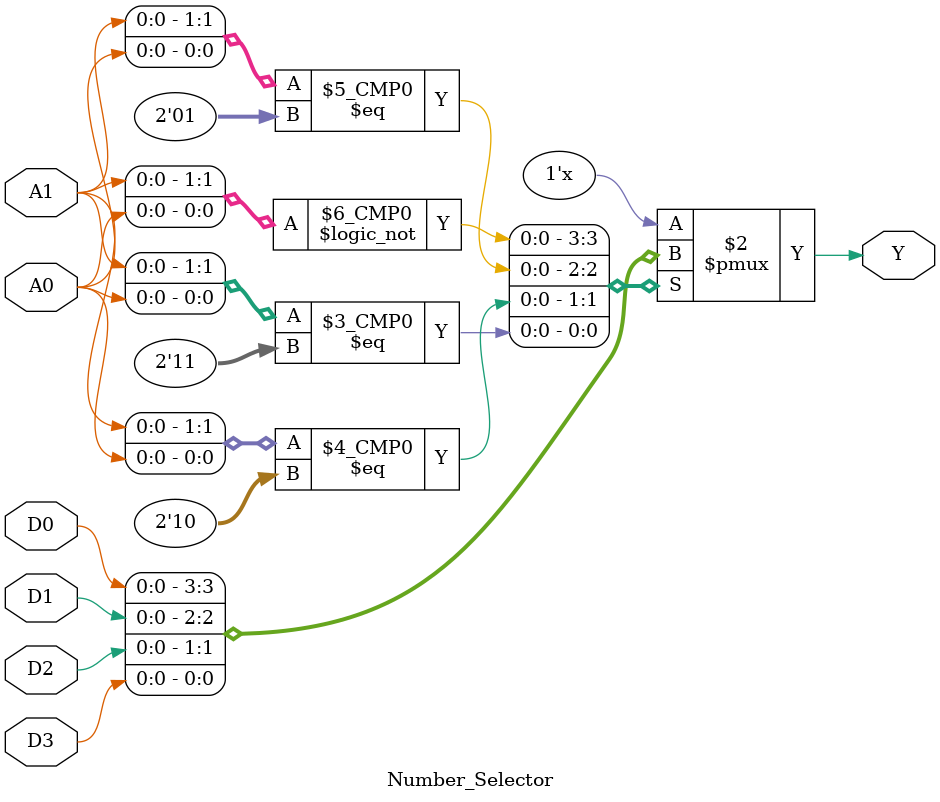
<source format=v>
module Number_Selector(D0,D1,D2,D3,Y,A1,A0);

input D0,D1,D2,D3,A1,A0;
output reg Y;

always@(A1,A0)
begin
  case({A1,A0})
  2'b00:Y=D0;
  2'b01:Y=D1;
  2'b10:Y=D2;
  2'b11:Y=D3;
  default:Y=D0;
  endcase
end

endmodule

</source>
